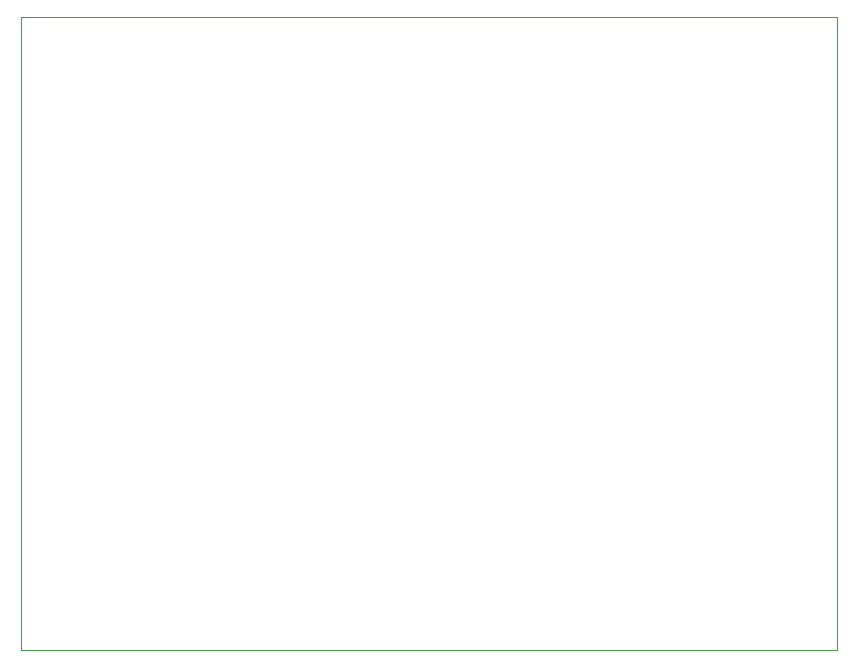
<source format=gbr>
G04 #@! TF.FileFunction,Profile,NP*
%FSLAX46Y46*%
G04 Gerber Fmt 4.6, Leading zero omitted, Abs format (unit mm)*
G04 Created by KiCad (PCBNEW (after 2015-mar-04 BZR unknown)-product) date Fri 28 Oct 2016 11:36:01 AM CEST*
%MOMM*%
G01*
G04 APERTURE LIST*
%ADD10C,0.100000*%
G04 APERTURE END LIST*
D10*
X148336000Y-105156000D02*
X148336000Y-51562000D01*
X217424000Y-105156000D02*
X148336000Y-105156000D01*
X217424000Y-51562000D02*
X217424000Y-105156000D01*
X148336000Y-51562000D02*
X217424000Y-51562000D01*
M02*

</source>
